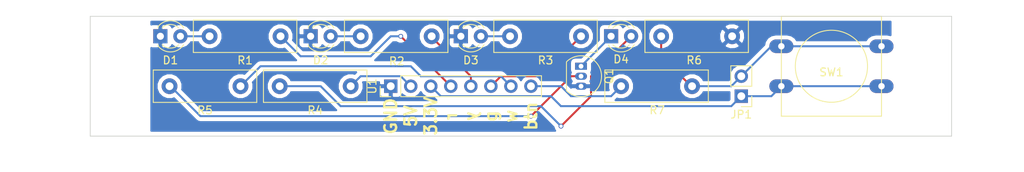
<source format=kicad_pcb>
(kicad_pcb (version 4) (host pcbnew 4.0.4-stable)

  (general
    (links 24)
    (no_connects 0)
    (area 91.389999 88.849999 200.710001 104.190001)
    (thickness 1.6)
    (drawings 14)
    (tracks 58)
    (zones 0)
    (modules 17)
    (nets 16)
  )

  (page A4)
  (layers
    (0 F.Cu signal)
    (31 B.Cu signal)
    (32 B.Adhes user)
    (33 F.Adhes user)
    (34 B.Paste user)
    (35 F.Paste user)
    (36 B.SilkS user)
    (37 F.SilkS user)
    (38 B.Mask user)
    (39 F.Mask user)
    (40 Dwgs.User user)
    (41 Cmts.User user)
    (42 Eco1.User user)
    (43 Eco2.User user)
    (44 Edge.Cuts user)
    (45 Margin user)
    (46 B.CrtYd user)
    (47 F.CrtYd user)
    (48 B.Fab user)
    (49 F.Fab user)
  )

  (setup
    (last_trace_width 0.25)
    (trace_clearance 0.2)
    (zone_clearance 0.508)
    (zone_45_only yes)
    (trace_min 0.2)
    (segment_width 0.2)
    (edge_width 0.1)
    (via_size 0.6)
    (via_drill 0.4)
    (via_min_size 0.4)
    (via_min_drill 0.3)
    (uvia_size 0.3)
    (uvia_drill 0.25)
    (uvias_allowed no)
    (uvia_min_size 0.2)
    (uvia_min_drill 0.25)
    (pcb_text_width 0.3)
    (pcb_text_size 1.5 1.5)
    (mod_edge_width 0.15)
    (mod_text_size 1 1)
    (mod_text_width 0.15)
    (pad_size 1.5 1.5)
    (pad_drill 0.6)
    (pad_to_mask_clearance 0)
    (aux_axis_origin 0 0)
    (visible_elements FFFEFF7F)
    (pcbplotparams
      (layerselection 0x00030_80000001)
      (usegerberextensions false)
      (excludeedgelayer true)
      (linewidth 0.100000)
      (plotframeref false)
      (viasonmask false)
      (mode 1)
      (useauxorigin false)
      (hpglpennumber 1)
      (hpglpenspeed 20)
      (hpglpendiameter 15)
      (hpglpenoverlay 2)
      (psnegative false)
      (psa4output false)
      (plotreference true)
      (plotvalue true)
      (plotinvisibletext false)
      (padsonsilk false)
      (subtractmaskfromsilk false)
      (outputformat 1)
      (mirror false)
      (drillshape 1)
      (scaleselection 1)
      (outputdirectory ""))
  )

  (net 0 "")
  (net 1 GND)
  (net 2 "Net-(D1-Pad2)")
  (net 3 "Net-(D2-Pad2)")
  (net 4 "Net-(D3-Pad2)")
  (net 5 "Net-(D4-Pad1)")
  (net 6 "Net-(D4-Pad2)")
  (net 7 "Net-(Q1-Pad2)")
  (net 8 "Net-(R1-Pad1)")
  (net 9 "Net-(R2-Pad2)")
  (net 10 "Net-(R3-Pad1)")
  (net 11 +5V)
  (net 12 "Net-(R5-Pad1)")
  (net 13 "Net-(R7-Pad1)")
  (net 14 +3V3)
  (net 15 "Net-(JP1-Pad2)")

  (net_class Default "This is the default net class."
    (clearance 0.2)
    (trace_width 0.25)
    (via_dia 0.6)
    (via_drill 0.4)
    (uvia_dia 0.3)
    (uvia_drill 0.25)
    (add_net +3V3)
    (add_net +5V)
    (add_net GND)
    (add_net "Net-(D1-Pad2)")
    (add_net "Net-(D2-Pad2)")
    (add_net "Net-(D3-Pad2)")
    (add_net "Net-(D4-Pad1)")
    (add_net "Net-(D4-Pad2)")
    (add_net "Net-(JP1-Pad2)")
    (add_net "Net-(Q1-Pad2)")
    (add_net "Net-(R1-Pad1)")
    (add_net "Net-(R2-Pad2)")
    (add_net "Net-(R3-Pad1)")
    (add_net "Net-(R5-Pad1)")
    (add_net "Net-(R7-Pad1)")
  )

  (module Resistors_ThroughHole:R_Box_L13.0mm_W4.0mm_P9.00mm (layer F.Cu) (tedit 58EB7FAA) (tstamp 58EB6F03)
    (at 153.67 91.44 180)
    (descr "Resistor, Box series, Radial, pin pitch=9.00mm, 2W, length*width=13*4mm^2, http://www.produktinfo.conrad.com/datenblaetter/425000-449999/443860-da-01-de-METALLBAND_WIDERSTAND_0_1_OHM_5W_5Pr.pdf")
    (tags "Resistor Box series Radial pin pitch 9.00mm 2W length 13mm width 4mm")
    (path /58E9FA67)
    (fp_text reference R3 (at 4.5 -3.06 180) (layer F.SilkS)
      (effects (font (size 1 1) (thickness 0.15)))
    )
    (fp_text value 220 (at 4.5 3.06 270) (layer F.Fab)
      (effects (font (size 1 1) (thickness 0.15)))
    )
    (fp_line (start -2 -2) (end -2 2) (layer F.Fab) (width 0.1))
    (fp_line (start -2 2) (end 11 2) (layer F.Fab) (width 0.1))
    (fp_line (start 11 2) (end 11 -2) (layer F.Fab) (width 0.1))
    (fp_line (start 11 -2) (end -2 -2) (layer F.Fab) (width 0.1))
    (fp_line (start -2.06 -2.06) (end 11.06 -2.06) (layer F.SilkS) (width 0.12))
    (fp_line (start -2.06 2.06) (end 11.06 2.06) (layer F.SilkS) (width 0.12))
    (fp_line (start -2.06 -2.06) (end -2.06 2.06) (layer F.SilkS) (width 0.12))
    (fp_line (start 11.06 -2.06) (end 11.06 2.06) (layer F.SilkS) (width 0.12))
    (fp_line (start -2.35 -2.35) (end -2.35 2.35) (layer F.CrtYd) (width 0.05))
    (fp_line (start -2.35 2.35) (end 11.35 2.35) (layer F.CrtYd) (width 0.05))
    (fp_line (start 11.35 2.35) (end 11.35 -2.35) (layer F.CrtYd) (width 0.05))
    (fp_line (start 11.35 -2.35) (end -2.35 -2.35) (layer F.CrtYd) (width 0.05))
    (pad 1 thru_hole circle (at 0 0 180) (size 2 2) (drill 1) (layers *.Cu *.Mask)
      (net 10 "Net-(R3-Pad1)"))
    (pad 2 thru_hole circle (at 9 0 180) (size 2 2) (drill 1) (layers *.Cu *.Mask)
      (net 4 "Net-(D3-Pad2)"))
    (model Resistors_THT.3dshapes/R_Box_L13.0mm_W4.0mm_P9.00mm.wrl
      (at (xyz 0 0 0))
      (scale (xyz 0.393701 0.393701 0.393701))
      (rotate (xyz 0 0 0))
    )
  )

  (module Buttons_Switches_ThroughHole:SW_PUSH-12mm (layer F.Cu) (tedit 53FD9538) (tstamp 58EB6F23)
    (at 185.42 95.25 180)
    (path /58EA6FF8)
    (fp_text reference SW1 (at 0 -0.762 180) (layer F.SilkS)
      (effects (font (size 1 1) (thickness 0.15)))
    )
    (fp_text value SW_PUSH (at 0 1.016 180) (layer F.Fab)
      (effects (font (size 1 1) (thickness 0.15)))
    )
    (fp_circle (center 0 0) (end 3.81 2.54) (layer F.SilkS) (width 0.12))
    (fp_line (start -6.35 -6.35) (end 6.35 -6.35) (layer F.SilkS) (width 0.12))
    (fp_line (start 6.35 -6.35) (end 6.35 6.35) (layer F.SilkS) (width 0.12))
    (fp_line (start 6.35 6.35) (end -6.35 6.35) (layer F.SilkS) (width 0.12))
    (fp_line (start -6.35 6.35) (end -6.35 -6.35) (layer F.SilkS) (width 0.12))
    (pad 1 thru_hole oval (at 6.35 -2.54 180) (size 3.048 1.7272) (drill 0.8128) (layers *.Cu *.Mask)
      (net 14 +3V3))
    (pad 2 thru_hole oval (at 6.35 2.54 180) (size 3.048 1.7272) (drill 0.8128) (layers *.Cu *.Mask)
      (net 15 "Net-(JP1-Pad2)"))
    (pad 1 thru_hole oval (at -6.35 -2.54 180) (size 3.048 1.7272) (drill 0.8128) (layers *.Cu *.Mask)
      (net 14 +3V3))
    (pad 2 thru_hole oval (at -6.35 2.54 180) (size 3.048 1.7272) (drill 0.8128) (layers *.Cu *.Mask)
      (net 15 "Net-(JP1-Pad2)"))
    (model Buttons_Switches_THT.3dshapes/SW_PUSH-12mm.wrl
      (at (xyz 0 0 0))
      (scale (xyz 4 4 4))
      (rotate (xyz 0 0 0))
    )
    (model Buttons_Switches_ThroughHole.3dshapes/SW_PUSH-12mm.wrl
      (at (xyz 0 0 0))
      (scale (xyz 4 4 4))
      (rotate (xyz 0 0 0))
    )
  )

  (module Resistors_ThroughHole:R_Box_L13.0mm_W4.0mm_P9.00mm (layer F.Cu) (tedit 58EB9C4F) (tstamp 58EB6F1B)
    (at 158.75 97.79)
    (descr "Resistor, Box series, Radial, pin pitch=9.00mm, 2W, length*width=13*4mm^2, http://www.produktinfo.conrad.com/datenblaetter/425000-449999/443860-da-01-de-METALLBAND_WIDERSTAND_0_1_OHM_5W_5Pr.pdf")
    (tags "Resistor Box series Radial pin pitch 9.00mm 2W length 13mm width 4mm")
    (path /58EA5BB2)
    (fp_text reference R7 (at 4.572 3.048 180) (layer F.SilkS)
      (effects (font (size 1 1) (thickness 0.15)))
    )
    (fp_text value 1k (at 4.318 -3.048) (layer F.Fab)
      (effects (font (size 1 1) (thickness 0.15)))
    )
    (fp_line (start -2 -2) (end -2 2) (layer F.Fab) (width 0.1))
    (fp_line (start -2 2) (end 11 2) (layer F.Fab) (width 0.1))
    (fp_line (start 11 2) (end 11 -2) (layer F.Fab) (width 0.1))
    (fp_line (start 11 -2) (end -2 -2) (layer F.Fab) (width 0.1))
    (fp_line (start -2.06 -2.06) (end 11.06 -2.06) (layer F.SilkS) (width 0.12))
    (fp_line (start -2.06 2.06) (end 11.06 2.06) (layer F.SilkS) (width 0.12))
    (fp_line (start -2.06 -2.06) (end -2.06 2.06) (layer F.SilkS) (width 0.12))
    (fp_line (start 11.06 -2.06) (end 11.06 2.06) (layer F.SilkS) (width 0.12))
    (fp_line (start -2.35 -2.35) (end -2.35 2.35) (layer F.CrtYd) (width 0.05))
    (fp_line (start -2.35 2.35) (end 11.35 2.35) (layer F.CrtYd) (width 0.05))
    (fp_line (start 11.35 2.35) (end 11.35 -2.35) (layer F.CrtYd) (width 0.05))
    (fp_line (start 11.35 -2.35) (end -2.35 -2.35) (layer F.CrtYd) (width 0.05))
    (pad 1 thru_hole circle (at 0 0) (size 2 2) (drill 1) (layers *.Cu *.Mask)
      (net 13 "Net-(R7-Pad1)"))
    (pad 2 thru_hole circle (at 9 0) (size 2 2) (drill 1) (layers *.Cu *.Mask)
      (net 15 "Net-(JP1-Pad2)"))
    (model Resistors_THT.3dshapes/R_Box_L13.0mm_W4.0mm_P9.00mm.wrl
      (at (xyz 0 0 0))
      (scale (xyz 0.393701 0.393701 0.393701))
      (rotate (xyz 0 0 0))
    )
  )

  (module LEDs:LED_D3.0mm (layer F.Cu) (tedit 58EBFD89) (tstamp 58EB6ED8)
    (at 100.33 91.44)
    (descr "LED, diameter 3.0mm, 2 pins")
    (tags "LED diameter 3.0mm 2 pins")
    (path /58E9E66A)
    (fp_text reference D1 (at 1.27 3.048) (layer F.SilkS)
      (effects (font (size 1 1) (thickness 0.15)))
    )
    (fp_text value red (at 1.27 2.96) (layer F.Fab)
      (effects (font (size 1 1) (thickness 0.15)))
    )
    (fp_arc (start 1.27 0) (end -0.23 -1.16619) (angle 284.3) (layer F.Fab) (width 0.1))
    (fp_arc (start 1.27 0) (end -0.29 -1.235516) (angle 108.8) (layer F.SilkS) (width 0.12))
    (fp_arc (start 1.27 0) (end -0.29 1.235516) (angle -108.8) (layer F.SilkS) (width 0.12))
    (fp_arc (start 1.27 0) (end 0.229039 -1.08) (angle 87.9) (layer F.SilkS) (width 0.12))
    (fp_arc (start 1.27 0) (end 0.229039 1.08) (angle -87.9) (layer F.SilkS) (width 0.12))
    (fp_circle (center 1.27 0) (end 2.77 0) (layer F.Fab) (width 0.1))
    (fp_line (start -0.23 -1.16619) (end -0.23 1.16619) (layer F.Fab) (width 0.1))
    (fp_line (start -0.29 -1.236) (end -0.29 -1.08) (layer F.SilkS) (width 0.12))
    (fp_line (start -0.29 1.08) (end -0.29 1.236) (layer F.SilkS) (width 0.12))
    (fp_line (start -1.15 -2.25) (end -1.15 2.25) (layer F.CrtYd) (width 0.05))
    (fp_line (start -1.15 2.25) (end 3.7 2.25) (layer F.CrtYd) (width 0.05))
    (fp_line (start 3.7 2.25) (end 3.7 -2.25) (layer F.CrtYd) (width 0.05))
    (fp_line (start 3.7 -2.25) (end -1.15 -2.25) (layer F.CrtYd) (width 0.05))
    (pad 1 thru_hole rect (at 0 0) (size 1.8 1.8) (drill 0.9) (layers *.Cu *.Mask)
      (net 1 GND))
    (pad 2 thru_hole circle (at 2.54 0) (size 1.8 1.8) (drill 0.9) (layers *.Cu *.Mask)
      (net 2 "Net-(D1-Pad2)"))
    (model LEDs.3dshapes/LED-3MM.wrl
      (at (xyz 0.05 0 0))
      (scale (xyz 1 1 1))
      (rotate (xyz 0 0 90))
    )
  )

  (module LEDs:LED_D3.0mm (layer F.Cu) (tedit 58EBFD8B) (tstamp 58EB6EDE)
    (at 119.38 91.44)
    (descr "LED, diameter 3.0mm, 2 pins")
    (tags "LED diameter 3.0mm 2 pins")
    (path /58E9FB66)
    (fp_text reference D2 (at 1.27 3.048) (layer F.SilkS)
      (effects (font (size 1 1) (thickness 0.15)))
    )
    (fp_text value yellow (at 1.27 2.96) (layer F.Fab)
      (effects (font (size 1 1) (thickness 0.15)))
    )
    (fp_arc (start 1.27 0) (end -0.23 -1.16619) (angle 284.3) (layer F.Fab) (width 0.1))
    (fp_arc (start 1.27 0) (end -0.29 -1.235516) (angle 108.8) (layer F.SilkS) (width 0.12))
    (fp_arc (start 1.27 0) (end -0.29 1.235516) (angle -108.8) (layer F.SilkS) (width 0.12))
    (fp_arc (start 1.27 0) (end 0.229039 -1.08) (angle 87.9) (layer F.SilkS) (width 0.12))
    (fp_arc (start 1.27 0) (end 0.229039 1.08) (angle -87.9) (layer F.SilkS) (width 0.12))
    (fp_circle (center 1.27 0) (end 2.77 0) (layer F.Fab) (width 0.1))
    (fp_line (start -0.23 -1.16619) (end -0.23 1.16619) (layer F.Fab) (width 0.1))
    (fp_line (start -0.29 -1.236) (end -0.29 -1.08) (layer F.SilkS) (width 0.12))
    (fp_line (start -0.29 1.08) (end -0.29 1.236) (layer F.SilkS) (width 0.12))
    (fp_line (start -1.15 -2.25) (end -1.15 2.25) (layer F.CrtYd) (width 0.05))
    (fp_line (start -1.15 2.25) (end 3.7 2.25) (layer F.CrtYd) (width 0.05))
    (fp_line (start 3.7 2.25) (end 3.7 -2.25) (layer F.CrtYd) (width 0.05))
    (fp_line (start 3.7 -2.25) (end -1.15 -2.25) (layer F.CrtYd) (width 0.05))
    (pad 1 thru_hole rect (at 0 0) (size 1.8 1.8) (drill 0.9) (layers *.Cu *.Mask)
      (net 1 GND))
    (pad 2 thru_hole circle (at 2.54 0) (size 1.8 1.8) (drill 0.9) (layers *.Cu *.Mask)
      (net 3 "Net-(D2-Pad2)"))
    (model LEDs.3dshapes/LED_D3.0mm.wrl
      (at (xyz 0 0 0))
      (scale (xyz 0.393701 0.393701 0.393701))
      (rotate (xyz 0 0 0))
    )
  )

  (module LEDs:LED_D3.0mm (layer F.Cu) (tedit 58EBFD92) (tstamp 58EB6EE4)
    (at 138.43 91.44)
    (descr "LED, diameter 3.0mm, 2 pins")
    (tags "LED diameter 3.0mm 2 pins")
    (path /58E9FC23)
    (fp_text reference D3 (at 1.27 3.048) (layer F.SilkS)
      (effects (font (size 1 1) (thickness 0.15)))
    )
    (fp_text value green (at 1.27 2.96) (layer F.Fab)
      (effects (font (size 1 1) (thickness 0.15)))
    )
    (fp_arc (start 1.27 0) (end -0.23 -1.16619) (angle 284.3) (layer F.Fab) (width 0.1))
    (fp_arc (start 1.27 0) (end -0.29 -1.235516) (angle 108.8) (layer F.SilkS) (width 0.12))
    (fp_arc (start 1.27 0) (end -0.29 1.235516) (angle -108.8) (layer F.SilkS) (width 0.12))
    (fp_arc (start 1.27 0) (end 0.229039 -1.08) (angle 87.9) (layer F.SilkS) (width 0.12))
    (fp_arc (start 1.27 0) (end 0.229039 1.08) (angle -87.9) (layer F.SilkS) (width 0.12))
    (fp_circle (center 1.27 0) (end 2.77 0) (layer F.Fab) (width 0.1))
    (fp_line (start -0.23 -1.16619) (end -0.23 1.16619) (layer F.Fab) (width 0.1))
    (fp_line (start -0.29 -1.236) (end -0.29 -1.08) (layer F.SilkS) (width 0.12))
    (fp_line (start -0.29 1.08) (end -0.29 1.236) (layer F.SilkS) (width 0.12))
    (fp_line (start -1.15 -2.25) (end -1.15 2.25) (layer F.CrtYd) (width 0.05))
    (fp_line (start -1.15 2.25) (end 3.7 2.25) (layer F.CrtYd) (width 0.05))
    (fp_line (start 3.7 2.25) (end 3.7 -2.25) (layer F.CrtYd) (width 0.05))
    (fp_line (start 3.7 -2.25) (end -1.15 -2.25) (layer F.CrtYd) (width 0.05))
    (pad 1 thru_hole rect (at 0 0) (size 1.8 1.8) (drill 0.9) (layers *.Cu *.Mask)
      (net 1 GND))
    (pad 2 thru_hole circle (at 2.54 0) (size 1.8 1.8) (drill 0.9) (layers *.Cu *.Mask)
      (net 4 "Net-(D3-Pad2)"))
    (model LEDs.3dshapes/LED_D3.0mm.wrl
      (at (xyz 0 0 0))
      (scale (xyz 0.393701 0.393701 0.393701))
      (rotate (xyz 0 0 0))
    )
  )

  (module LEDs:LED_D3.0mm (layer F.Cu) (tedit 58EBFDA7) (tstamp 58EB6EEA)
    (at 157.48 91.44)
    (descr "LED, diameter 3.0mm, 2 pins")
    (tags "LED diameter 3.0mm 2 pins")
    (path /58EA02A7)
    (fp_text reference D4 (at 1.27 2.921) (layer F.SilkS)
      (effects (font (size 1 1) (thickness 0.15)))
    )
    (fp_text value white (at 1.27 2.96) (layer F.Fab)
      (effects (font (size 1 1) (thickness 0.15)))
    )
    (fp_arc (start 1.27 0) (end -0.23 -1.16619) (angle 284.3) (layer F.Fab) (width 0.1))
    (fp_arc (start 1.27 0) (end -0.29 -1.235516) (angle 108.8) (layer F.SilkS) (width 0.12))
    (fp_arc (start 1.27 0) (end -0.29 1.235516) (angle -108.8) (layer F.SilkS) (width 0.12))
    (fp_arc (start 1.27 0) (end 0.229039 -1.08) (angle 87.9) (layer F.SilkS) (width 0.12))
    (fp_arc (start 1.27 0) (end 0.229039 1.08) (angle -87.9) (layer F.SilkS) (width 0.12))
    (fp_circle (center 1.27 0) (end 2.77 0) (layer F.Fab) (width 0.1))
    (fp_line (start -0.23 -1.16619) (end -0.23 1.16619) (layer F.Fab) (width 0.1))
    (fp_line (start -0.29 -1.236) (end -0.29 -1.08) (layer F.SilkS) (width 0.12))
    (fp_line (start -0.29 1.08) (end -0.29 1.236) (layer F.SilkS) (width 0.12))
    (fp_line (start -1.15 -2.25) (end -1.15 2.25) (layer F.CrtYd) (width 0.05))
    (fp_line (start -1.15 2.25) (end 3.7 2.25) (layer F.CrtYd) (width 0.05))
    (fp_line (start 3.7 2.25) (end 3.7 -2.25) (layer F.CrtYd) (width 0.05))
    (fp_line (start 3.7 -2.25) (end -1.15 -2.25) (layer F.CrtYd) (width 0.05))
    (pad 1 thru_hole rect (at 0 0) (size 1.8 1.8) (drill 0.9) (layers *.Cu *.Mask)
      (net 5 "Net-(D4-Pad1)"))
    (pad 2 thru_hole circle (at 2.54 0) (size 1.8 1.8) (drill 0.9) (layers *.Cu *.Mask)
      (net 6 "Net-(D4-Pad2)"))
    (model LEDs.3dshapes/LED_D3.0mm.wrl
      (at (xyz 0 0 0))
      (scale (xyz 0.393701 0.393701 0.393701))
      (rotate (xyz 0 0 0))
    )
  )

  (module TO_SOT_Packages_THT:TO-92_Inline_Narrow_Oval (layer F.Cu) (tedit 58CE52AF) (tstamp 58EB6EF1)
    (at 153.67 95.25 270)
    (descr "TO-92 leads in-line, narrow, oval pads, drill 0.6mm (see NXP sot054_po.pdf)")
    (tags "to-92 sc-43 sc-43a sot54 PA33 transistor")
    (path /58EBBF2D)
    (fp_text reference Q1 (at 1.27 -3.56 270) (layer F.SilkS)
      (effects (font (size 1 1) (thickness 0.15)))
    )
    (fp_text value 2N3904 (at 1.27 2.79 270) (layer F.Fab)
      (effects (font (size 1 1) (thickness 0.15)))
    )
    (fp_text user %R (at 1.27 -3.56 270) (layer F.Fab)
      (effects (font (size 1 1) (thickness 0.15)))
    )
    (fp_line (start -0.53 1.85) (end 3.07 1.85) (layer F.SilkS) (width 0.12))
    (fp_line (start -0.5 1.75) (end 3 1.75) (layer F.Fab) (width 0.1))
    (fp_line (start -1.46 -2.73) (end 4 -2.73) (layer F.CrtYd) (width 0.05))
    (fp_line (start -1.46 -2.73) (end -1.46 2.01) (layer F.CrtYd) (width 0.05))
    (fp_line (start 4 2.01) (end 4 -2.73) (layer F.CrtYd) (width 0.05))
    (fp_line (start 4 2.01) (end -1.46 2.01) (layer F.CrtYd) (width 0.05))
    (fp_arc (start 1.27 0) (end 1.27 -2.48) (angle 135) (layer F.Fab) (width 0.1))
    (fp_arc (start 1.27 0) (end 1.27 -2.6) (angle -135) (layer F.SilkS) (width 0.12))
    (fp_arc (start 1.27 0) (end 1.27 -2.48) (angle -135) (layer F.Fab) (width 0.1))
    (fp_arc (start 1.27 0) (end 1.27 -2.6) (angle 135) (layer F.SilkS) (width 0.12))
    (pad 2 thru_hole oval (at 1.27 0 90) (size 0.9 1.5) (drill 0.6) (layers *.Cu *.Mask)
      (net 7 "Net-(Q1-Pad2)"))
    (pad 3 thru_hole oval (at 2.54 0 90) (size 0.9 1.5) (drill 0.6) (layers *.Cu *.Mask)
      (net 1 GND))
    (pad 1 thru_hole rect (at 0 0 90) (size 0.9 1.5) (drill 0.6) (layers *.Cu *.Mask)
      (net 5 "Net-(D4-Pad1)"))
    (model ${KISYS3DMOD}/TO_SOT_Packages_THT.3dshapes/TO-92_Inline_Narrow_Oval.wrl
      (at (xyz 0.05 0 0))
      (scale (xyz 1 1 1))
      (rotate (xyz 0 0 -90))
    )
  )

  (module Resistors_ThroughHole:R_Box_L13.0mm_W4.0mm_P9.00mm (layer F.Cu) (tedit 5874F707) (tstamp 58EB6EF7)
    (at 115.57 91.44 180)
    (descr "Resistor, Box series, Radial, pin pitch=9.00mm, 2W, length*width=13*4mm^2, http://www.produktinfo.conrad.com/datenblaetter/425000-449999/443860-da-01-de-METALLBAND_WIDERSTAND_0_1_OHM_5W_5Pr.pdf")
    (tags "Resistor Box series Radial pin pitch 9.00mm 2W length 13mm width 4mm")
    (path /58E9E71E)
    (fp_text reference R1 (at 4.5 -3.06 180) (layer F.SilkS)
      (effects (font (size 1 1) (thickness 0.15)))
    )
    (fp_text value 220 (at 4.5 3.06 180) (layer F.Fab)
      (effects (font (size 1 1) (thickness 0.15)))
    )
    (fp_line (start -2 -2) (end -2 2) (layer F.Fab) (width 0.1))
    (fp_line (start -2 2) (end 11 2) (layer F.Fab) (width 0.1))
    (fp_line (start 11 2) (end 11 -2) (layer F.Fab) (width 0.1))
    (fp_line (start 11 -2) (end -2 -2) (layer F.Fab) (width 0.1))
    (fp_line (start -2.06 -2.06) (end 11.06 -2.06) (layer F.SilkS) (width 0.12))
    (fp_line (start -2.06 2.06) (end 11.06 2.06) (layer F.SilkS) (width 0.12))
    (fp_line (start -2.06 -2.06) (end -2.06 2.06) (layer F.SilkS) (width 0.12))
    (fp_line (start 11.06 -2.06) (end 11.06 2.06) (layer F.SilkS) (width 0.12))
    (fp_line (start -2.35 -2.35) (end -2.35 2.35) (layer F.CrtYd) (width 0.05))
    (fp_line (start -2.35 2.35) (end 11.35 2.35) (layer F.CrtYd) (width 0.05))
    (fp_line (start 11.35 2.35) (end 11.35 -2.35) (layer F.CrtYd) (width 0.05))
    (fp_line (start 11.35 -2.35) (end -2.35 -2.35) (layer F.CrtYd) (width 0.05))
    (pad 1 thru_hole circle (at 0 0 180) (size 2 2) (drill 1) (layers *.Cu *.Mask)
      (net 8 "Net-(R1-Pad1)"))
    (pad 2 thru_hole circle (at 9 0 180) (size 2 2) (drill 1) (layers *.Cu *.Mask)
      (net 2 "Net-(D1-Pad2)"))
    (model Resistors_THT.3dshapes/R_Box_L13.0mm_W4.0mm_P9.00mm.wrl
      (at (xyz 0 0 0))
      (scale (xyz 0.393701 0.393701 0.393701))
      (rotate (xyz 0 0 0))
    )
    (model Resistors_ThroughHole.3dshapes/Resistor_Horizontal_RM10mm.wrl
      (at (xyz 0.18 0 -0.015))
      (scale (xyz 0.35 0.35 0.35))
      (rotate (xyz 0 0 0))
    )
  )

  (module Resistors_ThroughHole:R_Box_L13.0mm_W4.0mm_P9.00mm (layer F.Cu) (tedit 58EBFD8E) (tstamp 58EB6EFD)
    (at 125.73 91.44)
    (descr "Resistor, Box series, Radial, pin pitch=9.00mm, 2W, length*width=13*4mm^2, http://www.produktinfo.conrad.com/datenblaetter/425000-449999/443860-da-01-de-METALLBAND_WIDERSTAND_0_1_OHM_5W_5Pr.pdf")
    (tags "Resistor Box series Radial pin pitch 9.00mm 2W length 13mm width 4mm")
    (path /58E9FA0E)
    (fp_text reference R2 (at 4.572 3.175) (layer F.SilkS)
      (effects (font (size 1 1) (thickness 0.15)))
    )
    (fp_text value 220 (at 4.5 3.06) (layer F.Fab)
      (effects (font (size 1 1) (thickness 0.15)))
    )
    (fp_line (start -2 -2) (end -2 2) (layer F.Fab) (width 0.1))
    (fp_line (start -2 2) (end 11 2) (layer F.Fab) (width 0.1))
    (fp_line (start 11 2) (end 11 -2) (layer F.Fab) (width 0.1))
    (fp_line (start 11 -2) (end -2 -2) (layer F.Fab) (width 0.1))
    (fp_line (start -2.06 -2.06) (end 11.06 -2.06) (layer F.SilkS) (width 0.12))
    (fp_line (start -2.06 2.06) (end 11.06 2.06) (layer F.SilkS) (width 0.12))
    (fp_line (start -2.06 -2.06) (end -2.06 2.06) (layer F.SilkS) (width 0.12))
    (fp_line (start 11.06 -2.06) (end 11.06 2.06) (layer F.SilkS) (width 0.12))
    (fp_line (start -2.35 -2.35) (end -2.35 2.35) (layer F.CrtYd) (width 0.05))
    (fp_line (start -2.35 2.35) (end 11.35 2.35) (layer F.CrtYd) (width 0.05))
    (fp_line (start 11.35 2.35) (end 11.35 -2.35) (layer F.CrtYd) (width 0.05))
    (fp_line (start 11.35 -2.35) (end -2.35 -2.35) (layer F.CrtYd) (width 0.05))
    (pad 1 thru_hole circle (at 0 0) (size 2 2) (drill 1) (layers *.Cu *.Mask)
      (net 3 "Net-(D2-Pad2)"))
    (pad 2 thru_hole circle (at 9 0) (size 2 2) (drill 1) (layers *.Cu *.Mask)
      (net 9 "Net-(R2-Pad2)"))
    (model Resistors_THT.3dshapes/R_Box_L13.0mm_W4.0mm_P9.00mm.wrl
      (at (xyz 0 0 0))
      (scale (xyz 0.393701 0.393701 0.393701))
      (rotate (xyz 0 0 0))
    )
  )

  (module Resistors_ThroughHole:R_Box_L13.0mm_W4.0mm_P9.00mm (layer F.Cu) (tedit 5874F707) (tstamp 58EB6F09)
    (at 124.46 97.79 180)
    (descr "Resistor, Box series, Radial, pin pitch=9.00mm, 2W, length*width=13*4mm^2, http://www.produktinfo.conrad.com/datenblaetter/425000-449999/443860-da-01-de-METALLBAND_WIDERSTAND_0_1_OHM_5W_5Pr.pdf")
    (tags "Resistor Box series Radial pin pitch 9.00mm 2W length 13mm width 4mm")
    (path /58EA03B1)
    (fp_text reference R4 (at 4.5 -3.06 180) (layer F.SilkS)
      (effects (font (size 1 1) (thickness 0.15)))
    )
    (fp_text value 470 (at 4.5 3.06 180) (layer F.Fab)
      (effects (font (size 1 1) (thickness 0.15)))
    )
    (fp_line (start -2 -2) (end -2 2) (layer F.Fab) (width 0.1))
    (fp_line (start -2 2) (end 11 2) (layer F.Fab) (width 0.1))
    (fp_line (start 11 2) (end 11 -2) (layer F.Fab) (width 0.1))
    (fp_line (start 11 -2) (end -2 -2) (layer F.Fab) (width 0.1))
    (fp_line (start -2.06 -2.06) (end 11.06 -2.06) (layer F.SilkS) (width 0.12))
    (fp_line (start -2.06 2.06) (end 11.06 2.06) (layer F.SilkS) (width 0.12))
    (fp_line (start -2.06 -2.06) (end -2.06 2.06) (layer F.SilkS) (width 0.12))
    (fp_line (start 11.06 -2.06) (end 11.06 2.06) (layer F.SilkS) (width 0.12))
    (fp_line (start -2.35 -2.35) (end -2.35 2.35) (layer F.CrtYd) (width 0.05))
    (fp_line (start -2.35 2.35) (end 11.35 2.35) (layer F.CrtYd) (width 0.05))
    (fp_line (start 11.35 2.35) (end 11.35 -2.35) (layer F.CrtYd) (width 0.05))
    (fp_line (start 11.35 -2.35) (end -2.35 -2.35) (layer F.CrtYd) (width 0.05))
    (pad 1 thru_hole circle (at 0 0 180) (size 2 2) (drill 1) (layers *.Cu *.Mask)
      (net 11 +5V))
    (pad 2 thru_hole circle (at 9 0 180) (size 2 2) (drill 1) (layers *.Cu *.Mask)
      (net 6 "Net-(D4-Pad2)"))
    (model Resistors_THT.3dshapes/R_Box_L13.0mm_W4.0mm_P9.00mm.wrl
      (at (xyz 0 0 0))
      (scale (xyz 0.393701 0.393701 0.393701))
      (rotate (xyz 0 0 0))
    )
  )

  (module Resistors_ThroughHole:R_Box_L13.0mm_W4.0mm_P9.00mm (layer F.Cu) (tedit 5874F707) (tstamp 58EB6F0F)
    (at 110.49 97.79 180)
    (descr "Resistor, Box series, Radial, pin pitch=9.00mm, 2W, length*width=13*4mm^2, http://www.produktinfo.conrad.com/datenblaetter/425000-449999/443860-da-01-de-METALLBAND_WIDERSTAND_0_1_OHM_5W_5Pr.pdf")
    (tags "Resistor Box series Radial pin pitch 9.00mm 2W length 13mm width 4mm")
    (path /58EA1494)
    (fp_text reference R5 (at 4.5 -3.06 180) (layer F.SilkS)
      (effects (font (size 1 1) (thickness 0.15)))
    )
    (fp_text value 22k (at 4.5 3.06 180) (layer F.Fab)
      (effects (font (size 1 1) (thickness 0.15)))
    )
    (fp_line (start -2 -2) (end -2 2) (layer F.Fab) (width 0.1))
    (fp_line (start -2 2) (end 11 2) (layer F.Fab) (width 0.1))
    (fp_line (start 11 2) (end 11 -2) (layer F.Fab) (width 0.1))
    (fp_line (start 11 -2) (end -2 -2) (layer F.Fab) (width 0.1))
    (fp_line (start -2.06 -2.06) (end 11.06 -2.06) (layer F.SilkS) (width 0.12))
    (fp_line (start -2.06 2.06) (end 11.06 2.06) (layer F.SilkS) (width 0.12))
    (fp_line (start -2.06 -2.06) (end -2.06 2.06) (layer F.SilkS) (width 0.12))
    (fp_line (start 11.06 -2.06) (end 11.06 2.06) (layer F.SilkS) (width 0.12))
    (fp_line (start -2.35 -2.35) (end -2.35 2.35) (layer F.CrtYd) (width 0.05))
    (fp_line (start -2.35 2.35) (end 11.35 2.35) (layer F.CrtYd) (width 0.05))
    (fp_line (start 11.35 2.35) (end 11.35 -2.35) (layer F.CrtYd) (width 0.05))
    (fp_line (start 11.35 -2.35) (end -2.35 -2.35) (layer F.CrtYd) (width 0.05))
    (pad 1 thru_hole circle (at 0 0 180) (size 2 2) (drill 1) (layers *.Cu *.Mask)
      (net 12 "Net-(R5-Pad1)"))
    (pad 2 thru_hole circle (at 9 0 180) (size 2 2) (drill 1) (layers *.Cu *.Mask)
      (net 7 "Net-(Q1-Pad2)"))
    (model Resistors_THT.3dshapes/R_Box_L13.0mm_W4.0mm_P9.00mm.wrl
      (at (xyz 0 0 0))
      (scale (xyz 0.393701 0.393701 0.393701))
      (rotate (xyz 0 0 0))
    )
  )

  (module Resistors_ThroughHole:R_Box_L13.0mm_W4.0mm_P9.00mm (layer F.Cu) (tedit 58EBFD98) (tstamp 58EB6F15)
    (at 163.83 91.44)
    (descr "Resistor, Box series, Radial, pin pitch=9.00mm, 2W, length*width=13*4mm^2, http://www.produktinfo.conrad.com/datenblaetter/425000-449999/443860-da-01-de-METALLBAND_WIDERSTAND_0_1_OHM_5W_5Pr.pdf")
    (tags "Resistor Box series Radial pin pitch 9.00mm 2W length 13mm width 4mm")
    (path /58EA4B46)
    (fp_text reference R6 (at 4.191 3.048) (layer F.SilkS)
      (effects (font (size 1 1) (thickness 0.15)))
    )
    (fp_text value 10k (at 4.5 3.06) (layer F.Fab)
      (effects (font (size 1 1) (thickness 0.15)))
    )
    (fp_line (start -2 -2) (end -2 2) (layer F.Fab) (width 0.1))
    (fp_line (start -2 2) (end 11 2) (layer F.Fab) (width 0.1))
    (fp_line (start 11 2) (end 11 -2) (layer F.Fab) (width 0.1))
    (fp_line (start 11 -2) (end -2 -2) (layer F.Fab) (width 0.1))
    (fp_line (start -2.06 -2.06) (end 11.06 -2.06) (layer F.SilkS) (width 0.12))
    (fp_line (start -2.06 2.06) (end 11.06 2.06) (layer F.SilkS) (width 0.12))
    (fp_line (start -2.06 -2.06) (end -2.06 2.06) (layer F.SilkS) (width 0.12))
    (fp_line (start 11.06 -2.06) (end 11.06 2.06) (layer F.SilkS) (width 0.12))
    (fp_line (start -2.35 -2.35) (end -2.35 2.35) (layer F.CrtYd) (width 0.05))
    (fp_line (start -2.35 2.35) (end 11.35 2.35) (layer F.CrtYd) (width 0.05))
    (fp_line (start 11.35 2.35) (end 11.35 -2.35) (layer F.CrtYd) (width 0.05))
    (fp_line (start 11.35 -2.35) (end -2.35 -2.35) (layer F.CrtYd) (width 0.05))
    (pad 1 thru_hole circle (at 0 0) (size 2 2) (drill 1) (layers *.Cu *.Mask)
      (net 15 "Net-(JP1-Pad2)"))
    (pad 2 thru_hole circle (at 9 0) (size 2 2) (drill 1) (layers *.Cu *.Mask)
      (net 1 GND))
    (model Resistors_THT.3dshapes/R_Box_L13.0mm_W4.0mm_P9.00mm.wrl
      (at (xyz 0 0 0))
      (scale (xyz 0.393701 0.393701 0.393701))
      (rotate (xyz 0 0 0))
    )
  )

  (module Pin_Headers:Pin_Header_Straight_1x08_Pitch2.54mm (layer F.Cu) (tedit 58CD4EC1) (tstamp 58EB6F2F)
    (at 129.54 97.79 90)
    (descr "Through hole straight pin header, 1x08, 2.54mm pitch, single row")
    (tags "Through hole pin header THT 1x08 2.54mm single row")
    (path /58EAA1E6)
    (fp_text reference U1 (at 0 -2.33 90) (layer F.SilkS)
      (effects (font (size 1 1) (thickness 0.15)))
    )
    (fp_text value Trashconnector (at 0 20.11 90) (layer F.Fab)
      (effects (font (size 1 1) (thickness 0.15)))
    )
    (fp_line (start -1.27 -1.27) (end -1.27 19.05) (layer F.Fab) (width 0.1))
    (fp_line (start -1.27 19.05) (end 1.27 19.05) (layer F.Fab) (width 0.1))
    (fp_line (start 1.27 19.05) (end 1.27 -1.27) (layer F.Fab) (width 0.1))
    (fp_line (start 1.27 -1.27) (end -1.27 -1.27) (layer F.Fab) (width 0.1))
    (fp_line (start -1.33 1.27) (end -1.33 19.11) (layer F.SilkS) (width 0.12))
    (fp_line (start -1.33 19.11) (end 1.33 19.11) (layer F.SilkS) (width 0.12))
    (fp_line (start 1.33 19.11) (end 1.33 1.27) (layer F.SilkS) (width 0.12))
    (fp_line (start 1.33 1.27) (end -1.33 1.27) (layer F.SilkS) (width 0.12))
    (fp_line (start -1.33 0) (end -1.33 -1.33) (layer F.SilkS) (width 0.12))
    (fp_line (start -1.33 -1.33) (end 0 -1.33) (layer F.SilkS) (width 0.12))
    (fp_line (start -1.8 -1.8) (end -1.8 19.55) (layer F.CrtYd) (width 0.05))
    (fp_line (start -1.8 19.55) (end 1.8 19.55) (layer F.CrtYd) (width 0.05))
    (fp_line (start 1.8 19.55) (end 1.8 -1.8) (layer F.CrtYd) (width 0.05))
    (fp_line (start 1.8 -1.8) (end -1.8 -1.8) (layer F.CrtYd) (width 0.05))
    (fp_text user %R (at 0 -2.33 90) (layer F.Fab)
      (effects (font (size 1 1) (thickness 0.15)))
    )
    (pad 1 thru_hole rect (at 0 0 90) (size 1.7 1.7) (drill 1) (layers *.Cu *.Mask)
      (net 1 GND))
    (pad 2 thru_hole oval (at 0 2.54 90) (size 1.7 1.7) (drill 1) (layers *.Cu *.Mask)
      (net 11 +5V))
    (pad 3 thru_hole oval (at 0 5.08 90) (size 1.7 1.7) (drill 1) (layers *.Cu *.Mask)
      (net 14 +3V3))
    (pad 4 thru_hole oval (at 0 7.62 90) (size 1.7 1.7) (drill 1) (layers *.Cu *.Mask)
      (net 8 "Net-(R1-Pad1)"))
    (pad 5 thru_hole oval (at 0 10.16 90) (size 1.7 1.7) (drill 1) (layers *.Cu *.Mask)
      (net 9 "Net-(R2-Pad2)"))
    (pad 6 thru_hole oval (at 0 12.7 90) (size 1.7 1.7) (drill 1) (layers *.Cu *.Mask)
      (net 10 "Net-(R3-Pad1)"))
    (pad 7 thru_hole oval (at 0 15.24 90) (size 1.7 1.7) (drill 1) (layers *.Cu *.Mask)
      (net 12 "Net-(R5-Pad1)"))
    (pad 8 thru_hole oval (at 0 17.78 90) (size 1.7 1.7) (drill 1) (layers *.Cu *.Mask)
      (net 13 "Net-(R7-Pad1)"))
    (model ${KISYS3DMOD}/Pin_Headers.3dshapes/Pin_Header_Straight_1x08_Pitch2.54mm.wrl
      (at (xyz 0 -0.35 0))
      (scale (xyz 1 1 1))
      (rotate (xyz 0 0 90))
    )
    (model Pin_Headers.3dshapes/Pin_Header_Straight_1x08.wrl
      (at (xyz 0 -0.35 0))
      (scale (xyz 1 1 1))
      (rotate (xyz 0 0 90))
    )
  )

  (module Pin_Headers:Pin_Header_Straight_1x02_Pitch2.54mm (layer F.Cu) (tedit 58CD4EC1) (tstamp 58EBC378)
    (at 173.99 99.06 180)
    (descr "Through hole straight pin header, 1x02, 2.54mm pitch, single row")
    (tags "Through hole pin header THT 1x02 2.54mm single row")
    (path /58EBFC07)
    (fp_text reference JP1 (at 0 -2.33 180) (layer F.SilkS)
      (effects (font (size 1 1) (thickness 0.15)))
    )
    (fp_text value Jumper_NO_Small (at 0 4.87 180) (layer F.Fab)
      (effects (font (size 1 1) (thickness 0.15)))
    )
    (fp_line (start -1.27 -1.27) (end -1.27 3.81) (layer F.Fab) (width 0.1))
    (fp_line (start -1.27 3.81) (end 1.27 3.81) (layer F.Fab) (width 0.1))
    (fp_line (start 1.27 3.81) (end 1.27 -1.27) (layer F.Fab) (width 0.1))
    (fp_line (start 1.27 -1.27) (end -1.27 -1.27) (layer F.Fab) (width 0.1))
    (fp_line (start -1.33 1.27) (end -1.33 3.87) (layer F.SilkS) (width 0.12))
    (fp_line (start -1.33 3.87) (end 1.33 3.87) (layer F.SilkS) (width 0.12))
    (fp_line (start 1.33 3.87) (end 1.33 1.27) (layer F.SilkS) (width 0.12))
    (fp_line (start 1.33 1.27) (end -1.33 1.27) (layer F.SilkS) (width 0.12))
    (fp_line (start -1.33 0) (end -1.33 -1.33) (layer F.SilkS) (width 0.12))
    (fp_line (start -1.33 -1.33) (end 0 -1.33) (layer F.SilkS) (width 0.12))
    (fp_line (start -1.8 -1.8) (end -1.8 4.35) (layer F.CrtYd) (width 0.05))
    (fp_line (start -1.8 4.35) (end 1.8 4.35) (layer F.CrtYd) (width 0.05))
    (fp_line (start 1.8 4.35) (end 1.8 -1.8) (layer F.CrtYd) (width 0.05))
    (fp_line (start 1.8 -1.8) (end -1.8 -1.8) (layer F.CrtYd) (width 0.05))
    (fp_text user %R (at 0 -2.33 180) (layer F.Fab)
      (effects (font (size 1 1) (thickness 0.15)))
    )
    (pad 1 thru_hole rect (at 0 0 180) (size 1.7 1.7) (drill 1) (layers *.Cu *.Mask)
      (net 14 +3V3))
    (pad 2 thru_hole oval (at 0 2.54 180) (size 1.7 1.7) (drill 1) (layers *.Cu *.Mask)
      (net 15 "Net-(JP1-Pad2)"))
    (model ${KISYS3DMOD}/Pin_Headers.3dshapes/Pin_Header_Straight_1x02_Pitch2.54mm.wrl
      (at (xyz 0 -0.05 0))
      (scale (xyz 1 1 1))
      (rotate (xyz 0 0 90))
    )
  )

  (module Mounting_Holes:MountingHole_3.2mm_M3_ISO7380 (layer F.Cu) (tedit 58EBFC67) (tstamp 58EC0140)
    (at 196.85 96.52)
    (descr "Mounting Hole 3.2mm, no annular, M3, ISO7380")
    (tags "mounting hole 3.2mm no annular m3 iso7380")
    (fp_text reference "" (at 0 -3.85) (layer F.SilkS)
      (effects (font (size 1 1) (thickness 0.15)))
    )
    (fp_text value MountingHole_3.2mm_M3_ISO7380 (at 0 3.85) (layer F.Fab)
      (effects (font (size 1 1) (thickness 0.15)))
    )
    (fp_circle (center 0 0) (end 2.85 0) (layer Cmts.User) (width 0.15))
    (fp_circle (center 0 0) (end 3.1 0) (layer F.CrtYd) (width 0.05))
    (pad 1 np_thru_hole circle (at 0 0) (size 3.2 3.2) (drill 3.2) (layers *.Cu *.Mask))
  )

  (module Mounting_Holes:MountingHole_3.2mm_M3_ISO7380 (layer F.Cu) (tedit 58EBFC6E) (tstamp 58EC0147)
    (at 95.25 96.52)
    (descr "Mounting Hole 3.2mm, no annular, M3, ISO7380")
    (tags "mounting hole 3.2mm no annular m3 iso7380")
    (fp_text reference "" (at 0 -3.85) (layer F.SilkS)
      (effects (font (size 1 1) (thickness 0.15)))
    )
    (fp_text value MountingHole_3.2mm_M3_ISO7380 (at 0 3.85) (layer F.Fab)
      (effects (font (size 1 1) (thickness 0.15)))
    )
    (fp_circle (center 0 0) (end 2.85 0) (layer Cmts.User) (width 0.15))
    (fp_circle (center 0 0) (end 3.1 0) (layer F.CrtYd) (width 0.05))
    (pad 1 np_thru_hole circle (at 0 0) (size 3.2 3.2) (drill 3.2) (layers *.Cu *.Mask))
  )

  (dimension 109.22 (width 0.3) (layer Dwgs.User)
    (gr_text "109,220 mm" (at 146.05 109.3) (layer Dwgs.User)
      (effects (font (size 1.5 1.5) (thickness 0.3)))
    )
    (feature1 (pts (xy 91.44 105.41) (xy 91.44 110.65)))
    (feature2 (pts (xy 200.66 105.41) (xy 200.66 110.65)))
    (crossbar (pts (xy 200.66 107.95) (xy 91.44 107.95)))
    (arrow1a (pts (xy 91.44 107.95) (xy 92.566504 107.363579)))
    (arrow1b (pts (xy 91.44 107.95) (xy 92.566504 108.536421)))
    (arrow2a (pts (xy 200.66 107.95) (xy 199.533496 107.363579)))
    (arrow2b (pts (xy 200.66 107.95) (xy 199.533496 108.536421)))
  )
  (dimension 15.24 (width 0.3) (layer Dwgs.User)
    (gr_text "15,240 mm" (at 86.28 96.52 90) (layer Dwgs.User)
      (effects (font (size 1.5 1.5) (thickness 0.3)))
    )
    (feature1 (pts (xy 90.17 88.9) (xy 84.93 88.9)))
    (feature2 (pts (xy 90.17 104.14) (xy 84.93 104.14)))
    (crossbar (pts (xy 87.63 104.14) (xy 87.63 88.9)))
    (arrow1a (pts (xy 87.63 88.9) (xy 88.216421 90.026504)))
    (arrow1b (pts (xy 87.63 88.9) (xy 87.043579 90.026504)))
    (arrow2a (pts (xy 87.63 104.14) (xy 88.216421 103.013496)))
    (arrow2b (pts (xy 87.63 104.14) (xy 87.043579 103.013496)))
  )
  (gr_line (start 91.44 104.14) (end 91.44 88.9) (angle 90) (layer Edge.Cuts) (width 0.1))
  (gr_line (start 200.66 104.14) (end 91.44 104.14) (angle 90) (layer Edge.Cuts) (width 0.1))
  (gr_line (start 200.66 88.9) (end 200.66 104.14) (angle 90) (layer Edge.Cuts) (width 0.1))
  (gr_line (start 91.44 88.9) (end 200.66 88.9) (angle 90) (layer Edge.Cuts) (width 0.1))
  (gr_text GND (at 129.54 101.6 90) (layer F.SilkS)
    (effects (font (size 1.5 1.5) (thickness 0.3)))
  )
  (gr_text btn (at 147.32 101.6 90) (layer F.SilkS)
    (effects (font (size 1.5 1.5) (thickness 0.3)))
  )
  (gr_text w (at 144.78 101.6 90) (layer F.SilkS)
    (effects (font (size 1.5 1.5) (thickness 0.3)))
  )
  (gr_text g (at 142.24 101.6 90) (layer F.SilkS)
    (effects (font (size 1.5 1.5) (thickness 0.3)))
  )
  (gr_text y (at 139.7 101.6 90) (layer F.SilkS)
    (effects (font (size 1.5 1.5) (thickness 0.3)) (justify mirror))
  )
  (gr_text r (at 137.16 101.6 90) (layer F.SilkS)
    (effects (font (size 1.5 1.5) (thickness 0.3)) (justify mirror))
  )
  (gr_text 3.3V (at 134.62 101.6 90) (layer F.SilkS)
    (effects (font (size 1.5 1.5) (thickness 0.3)))
  )
  (gr_text 5V (at 132.08 101.6 90) (layer F.SilkS)
    (effects (font (size 1.5 1.5) (thickness 0.3)))
  )

  (segment (start 102.87 91.44) (end 106.57 91.44) (width 0.25) (layer B.Cu) (net 2) (status 80000))
  (segment (start 121.92 91.44) (end 125.73 91.44) (width 0.25) (layer B.Cu) (net 3) (status 80000))
  (segment (start 140.97 91.44) (end 144.67 91.44) (width 0.25) (layer B.Cu) (net 4) (status 80000))
  (segment (start 157.48 91.44) (end 153.67 95.25) (width 0.25) (layer B.Cu) (net 5) (status 80000))
  (segment (start 160.02 91.44) (end 154.94 96.52) (width 0.25) (layer F.Cu) (net 6) (status 80000))
  (segment (start 154.94 96.52) (end 154.94 99.06) (width 0.25) (layer F.Cu) (net 6) (status 80000))
  (segment (start 154.94 99.06) (end 151.13 102.87) (width 0.25) (layer F.Cu) (net 6) (status 80000))
  (via (at 151.13 102.87) (size 0.6) (layers F.Cu B.Cu) (net 6) (status 80000))
  (segment (start 151.13 102.87) (end 148.59 100.33) (width 0.25) (layer B.Cu) (net 6) (status 80000))
  (segment (start 148.59 100.33) (end 123.19 100.33) (width 0.25) (layer B.Cu) (net 6) (status 80000))
  (segment (start 123.19 100.33) (end 120.65 97.79) (width 0.25) (layer B.Cu) (net 6) (status 80000))
  (segment (start 120.65 97.79) (end 115.46 97.79) (width 0.25) (layer B.Cu) (net 6) (status 80000))
  (segment (start 101.49 97.79) (end 101.6 97.79) (width 0.25) (layer B.Cu) (net 7) (status 80000))
  (segment (start 101.6 97.79) (end 105.41 101.6) (width 0.25) (layer B.Cu) (net 7) (status 80000))
  (segment (start 105.41 101.6) (end 147.32 101.6) (width 0.25) (layer B.Cu) (net 7) (status 80000))
  (via (at 147.32 101.6) (size 0.6) (layers F.Cu B.Cu) (net 7) (status 80000))
  (segment (start 147.32 101.6) (end 152.4 96.52) (width 0.25) (layer F.Cu) (net 7) (status 80000))
  (segment (start 152.4 96.52) (end 153.67 96.52) (width 0.25) (layer F.Cu) (net 7) (status 80000))
  (segment (start 115.57 91.44) (end 118.11 93.98) (width 0.25) (layer B.Cu) (net 8) (status 80000))
  (segment (start 118.11 93.98) (end 127 93.98) (width 0.25) (layer B.Cu) (net 8) (status 80000))
  (segment (start 127 93.98) (end 129.54 91.44) (width 0.25) (layer B.Cu) (net 8) (status 80000))
  (segment (start 129.54 91.44) (end 130.81 91.44) (width 0.25) (layer B.Cu) (net 8) (status 80000))
  (via (at 130.81 91.44) (size 0.6) (layers F.Cu B.Cu) (net 8) (status 80000))
  (segment (start 130.81 91.44) (end 137.16 97.79) (width 0.25) (layer F.Cu) (net 8) (status 80000))
  (segment (start 134.73 91.44) (end 134.62 91.44) (width 0.25) (layer F.Cu) (net 9) (status 80000))
  (segment (start 134.62 91.44) (end 139.7 96.52) (width 0.25) (layer F.Cu) (net 9) (status 80000))
  (segment (start 139.7 96.52) (end 139.7 97.79) (width 0.25) (layer F.Cu) (net 9) (status 80000))
  (segment (start 142.24 97.79) (end 143.51 96.52) (width 0.25) (layer F.Cu) (net 10) (status 80000))
  (segment (start 143.51 96.52) (end 148.59 96.52) (width 0.25) (layer F.Cu) (net 10) (status 80000))
  (segment (start 148.59 96.52) (end 153.67 91.44) (width 0.25) (layer F.Cu) (net 10) (status 80000))
  (segment (start 124.46 97.79) (end 125.73 96.52) (width 0.25) (layer B.Cu) (net 11) (status 80000))
  (segment (start 125.73 96.52) (end 130.81 96.52) (width 0.25) (layer B.Cu) (net 11) (status 80000))
  (segment (start 130.81 96.52) (end 132.08 97.79) (width 0.25) (layer B.Cu) (net 11) (status 80000))
  (segment (start 110.49 97.79) (end 113.03 95.25) (width 0.25) (layer B.Cu) (net 12) (status 80000))
  (segment (start 113.03 95.25) (end 132.08 95.25) (width 0.25) (layer B.Cu) (net 12) (status 80000))
  (segment (start 132.08 95.25) (end 133.35 96.52) (width 0.25) (layer B.Cu) (net 12) (status 80000))
  (segment (start 133.35 96.52) (end 143.51 96.52) (width 0.25) (layer B.Cu) (net 12) (status 80000))
  (segment (start 143.51 96.52) (end 144.78 97.79) (width 0.25) (layer B.Cu) (net 12) (status 80000))
  (segment (start 158.75 97.79) (end 157.48 99.06) (width 0.25) (layer B.Cu) (net 13) (status 80000))
  (segment (start 157.48 99.06) (end 152.4 99.06) (width 0.25) (layer B.Cu) (net 13) (status 80000))
  (segment (start 152.4 99.06) (end 151.13 97.79) (width 0.25) (layer B.Cu) (net 13) (status 80000))
  (segment (start 151.13 97.79) (end 147.32 97.79) (width 0.25) (layer B.Cu) (net 13) (status 80000))
  (segment (start 173.99 99.06) (end 172.72 100.33) (width 0.25) (layer B.Cu) (net 14) (status 80000))
  (segment (start 172.72 100.33) (end 151.13 100.33) (width 0.25) (layer B.Cu) (net 14) (status 80000))
  (segment (start 151.13 100.33) (end 149.86 99.06) (width 0.25) (layer B.Cu) (net 14) (status 80000))
  (segment (start 149.86 99.06) (end 135.89 99.06) (width 0.25) (layer B.Cu) (net 14) (status 80000))
  (segment (start 135.89 99.06) (end 134.62 97.79) (width 0.25) (layer B.Cu) (net 14) (status 80000))
  (segment (start 179.07 97.79) (end 191.77 97.79) (width 0.25) (layer B.Cu) (net 14) (status 80000))
  (segment (start 179.07 97.79) (end 177.8 99.06) (width 0.25) (layer B.Cu) (net 14) (status 80000))
  (segment (start 177.8 99.06) (end 173.99 99.06) (width 0.25) (layer B.Cu) (net 14) (status 80000))
  (segment (start 173.99 96.52) (end 177.8 92.71) (width 0.25) (layer B.Cu) (net 15) (status 80000))
  (segment (start 177.8 92.71) (end 179.07 92.71) (width 0.25) (layer B.Cu) (net 15) (status 80000))
  (segment (start 167.75 97.79) (end 167.64 97.79) (width 0.25) (layer F.Cu) (net 15) (status 80000))
  (segment (start 167.64 97.79) (end 163.83 93.98) (width 0.25) (layer F.Cu) (net 15) (status 80000))
  (segment (start 163.83 93.98) (end 163.83 91.44) (width 0.25) (layer F.Cu) (net 15) (status 80000))
  (segment (start 179.07 92.71) (end 191.77 92.71) (width 0.25) (layer B.Cu) (net 15) (status 80000))
  (segment (start 173.99 96.52) (end 172.72 97.79) (width 0.25) (layer B.Cu) (net 15) (status 80000))
  (segment (start 172.72 97.79) (end 167.75 97.79) (width 0.25) (layer B.Cu) (net 15) (status 80000))

  (zone (net 1) (net_name GND) (layer B.Cu) (tstamp 58EC03CD) (hatch edge 0.508)
    (connect_pads (clearance 0.508))
    (min_thickness 0.254)
    (fill yes (arc_segments 16) (thermal_gap 0.508) (thermal_bridge_width 0.508))
    (polygon
      (pts
        (xy 99.06 88.9) (xy 99.06 104.14) (xy 193.04 104.14) (xy 193.04 88.9)
      )
    )
    (filled_polygon
      (pts
        (xy 192.913 91.298982) (xy 192.472697 91.2114) (xy 191.067303 91.2114) (xy 190.493814 91.325474) (xy 190.007633 91.65033)
        (xy 189.8074 91.95) (xy 181.0326 91.95) (xy 180.832367 91.65033) (xy 180.346186 91.325474) (xy 179.772697 91.2114)
        (xy 178.367303 91.2114) (xy 177.793814 91.325474) (xy 177.307633 91.65033) (xy 176.982777 92.136511) (xy 176.904336 92.530862)
        (xy 174.336969 95.098229) (xy 174.019093 95.035) (xy 173.960907 95.035) (xy 173.392622 95.148039) (xy 172.910853 95.469946)
        (xy 172.588946 95.951715) (xy 172.475907 96.52) (xy 172.54879 96.886408) (xy 172.405198 97.03) (xy 169.205047 97.03)
        (xy 169.136894 96.865057) (xy 168.677363 96.404722) (xy 168.076648 96.155284) (xy 167.426205 96.154716) (xy 166.825057 96.403106)
        (xy 166.364722 96.862637) (xy 166.115284 97.463352) (xy 166.114716 98.113795) (xy 166.363106 98.714943) (xy 166.822637 99.175278)
        (xy 167.423352 99.424716) (xy 168.073795 99.425284) (xy 168.674943 99.176894) (xy 169.135278 98.717363) (xy 169.204773 98.55)
        (xy 172.49256 98.55) (xy 172.49256 99.482638) (xy 172.405198 99.57) (xy 158.044802 99.57) (xy 158.258527 99.356275)
        (xy 158.423352 99.424716) (xy 159.073795 99.425284) (xy 159.674943 99.176894) (xy 160.135278 98.717363) (xy 160.384716 98.116648)
        (xy 160.385284 97.466205) (xy 160.136894 96.865057) (xy 159.677363 96.404722) (xy 159.076648 96.155284) (xy 158.426205 96.154716)
        (xy 157.825057 96.403106) (xy 157.364722 96.862637) (xy 157.115284 97.463352) (xy 157.114716 98.113795) (xy 157.183919 98.281279)
        (xy 157.165198 98.3) (xy 154.908836 98.3) (xy 155.014408 98.084001) (xy 154.887502 97.917) (xy 153.797 97.917)
        (xy 153.797 97.937) (xy 153.543 97.937) (xy 153.543 97.917) (xy 152.452498 97.917) (xy 152.400383 97.985581)
        (xy 151.667401 97.252599) (xy 151.420839 97.087852) (xy 151.13 97.03) (xy 148.583301 97.03) (xy 148.370054 96.710853)
        (xy 148.084422 96.52) (xy 152.257866 96.52) (xy 152.340457 96.935212) (xy 152.49017 97.159274) (xy 152.325592 97.495999)
        (xy 152.452498 97.663) (xy 153.543 97.663) (xy 153.543 97.643) (xy 153.797 97.643) (xy 153.797 97.663)
        (xy 154.887502 97.663) (xy 155.014408 97.495999) (xy 154.84983 97.159274) (xy 154.999543 96.935212) (xy 155.082134 96.52)
        (xy 154.999543 96.104788) (xy 154.956241 96.039981) (xy 155.016431 95.95189) (xy 155.06744 95.7) (xy 155.06744 94.927362)
        (xy 157.007362 92.98744) (xy 158.38 92.98744) (xy 158.615317 92.943162) (xy 158.831441 92.80409) (xy 158.976431 92.59189)
        (xy 158.980567 92.571466) (xy 159.149357 92.740551) (xy 159.71333 92.974733) (xy 160.323991 92.975265) (xy 160.888371 92.742068)
        (xy 161.320551 92.310643) (xy 161.547622 91.763795) (xy 162.194716 91.763795) (xy 162.443106 92.364943) (xy 162.902637 92.825278)
        (xy 163.503352 93.074716) (xy 164.153795 93.075284) (xy 164.754943 92.826894) (xy 164.989715 92.592532) (xy 171.857073 92.592532)
        (xy 171.955736 92.859387) (xy 172.565461 93.085908) (xy 173.21546 93.061856) (xy 173.704264 92.859387) (xy 173.802927 92.592532)
        (xy 172.83 91.619605) (xy 171.857073 92.592532) (xy 164.989715 92.592532) (xy 165.215278 92.367363) (xy 165.464716 91.766648)
        (xy 165.465232 91.175461) (xy 171.184092 91.175461) (xy 171.208144 91.82546) (xy 171.410613 92.314264) (xy 171.677468 92.412927)
        (xy 172.650395 91.44) (xy 173.009605 91.44) (xy 173.982532 92.412927) (xy 174.249387 92.314264) (xy 174.475908 91.704539)
        (xy 174.451856 91.05454) (xy 174.249387 90.565736) (xy 173.982532 90.467073) (xy 173.009605 91.44) (xy 172.650395 91.44)
        (xy 171.677468 90.467073) (xy 171.410613 90.565736) (xy 171.184092 91.175461) (xy 165.465232 91.175461) (xy 165.465284 91.116205)
        (xy 165.216894 90.515057) (xy 164.989703 90.287468) (xy 171.857073 90.287468) (xy 172.83 91.260395) (xy 173.802927 90.287468)
        (xy 173.704264 90.020613) (xy 173.094539 89.794092) (xy 172.44454 89.818144) (xy 171.955736 90.020613) (xy 171.857073 90.287468)
        (xy 164.989703 90.287468) (xy 164.757363 90.054722) (xy 164.156648 89.805284) (xy 163.506205 89.804716) (xy 162.905057 90.053106)
        (xy 162.444722 90.512637) (xy 162.195284 91.113352) (xy 162.194716 91.763795) (xy 161.547622 91.763795) (xy 161.554733 91.74667)
        (xy 161.555265 91.136009) (xy 161.322068 90.571629) (xy 160.890643 90.139449) (xy 160.32667 89.905267) (xy 159.716009 89.904735)
        (xy 159.151629 90.137932) (xy 158.983387 90.30588) (xy 158.983162 90.304683) (xy 158.84409 90.088559) (xy 158.63189 89.943569)
        (xy 158.38 89.89256) (xy 156.58 89.89256) (xy 156.344683 89.936838) (xy 156.128559 90.07591) (xy 155.983569 90.28811)
        (xy 155.93256 90.54) (xy 155.93256 91.912638) (xy 153.692638 94.15256) (xy 152.92 94.15256) (xy 152.684683 94.196838)
        (xy 152.468559 94.33591) (xy 152.323569 94.54811) (xy 152.27256 94.8) (xy 152.27256 95.7) (xy 152.316838 95.935317)
        (xy 152.383978 96.039655) (xy 152.340457 96.104788) (xy 152.257866 96.52) (xy 148.084422 96.52) (xy 147.888285 96.388946)
        (xy 147.32 96.275907) (xy 146.751715 96.388946) (xy 146.269946 96.710853) (xy 146.05 97.040026) (xy 145.830054 96.710853)
        (xy 145.348285 96.388946) (xy 144.78 96.275907) (xy 144.413592 96.34879) (xy 144.047401 95.982599) (xy 143.800839 95.817852)
        (xy 143.51 95.76) (xy 133.664802 95.76) (xy 132.617401 94.712599) (xy 132.370839 94.547852) (xy 132.08 94.49)
        (xy 127.564802 94.49) (xy 129.854802 92.2) (xy 130.247537 92.2) (xy 130.279673 92.232192) (xy 130.623201 92.374838)
        (xy 130.995167 92.375162) (xy 131.338943 92.233117) (xy 131.602192 91.970327) (xy 131.687952 91.763795) (xy 133.094716 91.763795)
        (xy 133.343106 92.364943) (xy 133.802637 92.825278) (xy 134.403352 93.074716) (xy 135.053795 93.075284) (xy 135.654943 92.826894)
        (xy 136.115278 92.367363) (xy 136.364716 91.766648) (xy 136.364751 91.72575) (xy 136.895 91.72575) (xy 136.895 92.46631)
        (xy 136.991673 92.699699) (xy 137.170302 92.878327) (xy 137.403691 92.975) (xy 138.14425 92.975) (xy 138.303 92.81625)
        (xy 138.303 91.567) (xy 137.05375 91.567) (xy 136.895 91.72575) (xy 136.364751 91.72575) (xy 136.365284 91.116205)
        (xy 136.116894 90.515057) (xy 136.015705 90.41369) (xy 136.895 90.41369) (xy 136.895 91.15425) (xy 137.05375 91.313)
        (xy 138.303 91.313) (xy 138.303 90.06375) (xy 138.557 90.06375) (xy 138.557 91.313) (xy 138.577 91.313)
        (xy 138.577 91.567) (xy 138.557 91.567) (xy 138.557 92.81625) (xy 138.71575 92.975) (xy 139.456309 92.975)
        (xy 139.689698 92.878327) (xy 139.868327 92.699699) (xy 139.924119 92.565006) (xy 140.099357 92.740551) (xy 140.66333 92.974733)
        (xy 141.273991 92.975265) (xy 141.838371 92.742068) (xy 142.270551 92.310643) (xy 142.316494 92.2) (xy 143.214953 92.2)
        (xy 143.283106 92.364943) (xy 143.742637 92.825278) (xy 144.343352 93.074716) (xy 144.993795 93.075284) (xy 145.594943 92.826894)
        (xy 146.055278 92.367363) (xy 146.304716 91.766648) (xy 146.304718 91.763795) (xy 152.034716 91.763795) (xy 152.283106 92.364943)
        (xy 152.742637 92.825278) (xy 153.343352 93.074716) (xy 153.993795 93.075284) (xy 154.594943 92.826894) (xy 155.055278 92.367363)
        (xy 155.304716 91.766648) (xy 155.305284 91.116205) (xy 155.056894 90.515057) (xy 154.597363 90.054722) (xy 153.996648 89.805284)
        (xy 153.346205 89.804716) (xy 152.745057 90.053106) (xy 152.284722 90.512637) (xy 152.035284 91.113352) (xy 152.034716 91.763795)
        (xy 146.304718 91.763795) (xy 146.305284 91.116205) (xy 146.056894 90.515057) (xy 145.597363 90.054722) (xy 144.996648 89.805284)
        (xy 144.346205 89.804716) (xy 143.745057 90.053106) (xy 143.284722 90.512637) (xy 143.215227 90.68) (xy 142.316846 90.68)
        (xy 142.272068 90.571629) (xy 141.840643 90.139449) (xy 141.27667 89.905267) (xy 140.666009 89.904735) (xy 140.101629 90.137932)
        (xy 139.924159 90.315092) (xy 139.868327 90.180301) (xy 139.689698 90.001673) (xy 139.456309 89.905) (xy 138.71575 89.905)
        (xy 138.557 90.06375) (xy 138.303 90.06375) (xy 138.14425 89.905) (xy 137.403691 89.905) (xy 137.170302 90.001673)
        (xy 136.991673 90.180301) (xy 136.895 90.41369) (xy 136.015705 90.41369) (xy 135.657363 90.054722) (xy 135.056648 89.805284)
        (xy 134.406205 89.804716) (xy 133.805057 90.053106) (xy 133.344722 90.512637) (xy 133.095284 91.113352) (xy 133.094716 91.763795)
        (xy 131.687952 91.763795) (xy 131.744838 91.626799) (xy 131.745162 91.254833) (xy 131.603117 90.911057) (xy 131.340327 90.647808)
        (xy 130.996799 90.505162) (xy 130.624833 90.504838) (xy 130.281057 90.646883) (xy 130.247882 90.68) (xy 129.54 90.68)
        (xy 129.297414 90.728254) (xy 129.24916 90.737852) (xy 129.002599 90.902599) (xy 126.685198 93.22) (xy 118.424802 93.22)
        (xy 117.136275 91.931473) (xy 117.204716 91.766648) (xy 117.204751 91.72575) (xy 117.845 91.72575) (xy 117.845 92.46631)
        (xy 117.941673 92.699699) (xy 118.120302 92.878327) (xy 118.353691 92.975) (xy 119.09425 92.975) (xy 119.253 92.81625)
        (xy 119.253 91.567) (xy 118.00375 91.567) (xy 117.845 91.72575) (xy 117.204751 91.72575) (xy 117.205284 91.116205)
        (xy 116.956894 90.515057) (xy 116.855705 90.41369) (xy 117.845 90.41369) (xy 117.845 91.15425) (xy 118.00375 91.313)
        (xy 119.253 91.313) (xy 119.253 90.06375) (xy 119.507 90.06375) (xy 119.507 91.313) (xy 119.527 91.313)
        (xy 119.527 91.567) (xy 119.507 91.567) (xy 119.507 92.81625) (xy 119.66575 92.975) (xy 120.406309 92.975)
        (xy 120.639698 92.878327) (xy 120.818327 92.699699) (xy 120.874119 92.565006) (xy 121.049357 92.740551) (xy 121.61333 92.974733)
        (xy 122.223991 92.975265) (xy 122.788371 92.742068) (xy 123.220551 92.310643) (xy 123.266494 92.2) (xy 124.274953 92.2)
        (xy 124.343106 92.364943) (xy 124.802637 92.825278) (xy 125.403352 93.074716) (xy 126.053795 93.075284) (xy 126.654943 92.826894)
        (xy 127.115278 92.367363) (xy 127.364716 91.766648) (xy 127.365284 91.116205) (xy 127.116894 90.515057) (xy 126.657363 90.054722)
        (xy 126.056648 89.805284) (xy 125.406205 89.804716) (xy 124.805057 90.053106) (xy 124.344722 90.512637) (xy 124.275227 90.68)
        (xy 123.266846 90.68) (xy 123.222068 90.571629) (xy 122.790643 90.139449) (xy 122.22667 89.905267) (xy 121.616009 89.904735)
        (xy 121.051629 90.137932) (xy 120.874159 90.315092) (xy 120.818327 90.180301) (xy 120.639698 90.001673) (xy 120.406309 89.905)
        (xy 119.66575 89.905) (xy 119.507 90.06375) (xy 119.253 90.06375) (xy 119.09425 89.905) (xy 118.353691 89.905)
        (xy 118.120302 90.001673) (xy 117.941673 90.180301) (xy 117.845 90.41369) (xy 116.855705 90.41369) (xy 116.497363 90.054722)
        (xy 115.896648 89.805284) (xy 115.246205 89.804716) (xy 114.645057 90.053106) (xy 114.184722 90.512637) (xy 113.935284 91.113352)
        (xy 113.934716 91.763795) (xy 114.183106 92.364943) (xy 114.642637 92.825278) (xy 115.243352 93.074716) (xy 115.893795 93.075284)
        (xy 116.061279 93.006081) (xy 117.545198 94.49) (xy 113.03 94.49) (xy 112.787414 94.538254) (xy 112.73916 94.547852)
        (xy 112.492599 94.712599) (xy 110.981473 96.223725) (xy 110.816648 96.155284) (xy 110.166205 96.154716) (xy 109.565057 96.403106)
        (xy 109.104722 96.862637) (xy 108.855284 97.463352) (xy 108.854716 98.113795) (xy 109.103106 98.714943) (xy 109.562637 99.175278)
        (xy 110.163352 99.424716) (xy 110.813795 99.425284) (xy 111.414943 99.176894) (xy 111.875278 98.717363) (xy 112.124716 98.116648)
        (xy 112.125284 97.466205) (xy 112.056081 97.298721) (xy 113.344802 96.01) (xy 125.165198 96.01) (xy 124.951473 96.223725)
        (xy 124.786648 96.155284) (xy 124.136205 96.154716) (xy 123.535057 96.403106) (xy 123.074722 96.862637) (xy 122.825284 97.463352)
        (xy 122.824716 98.113795) (xy 123.073106 98.714943) (xy 123.532637 99.175278) (xy 124.133352 99.424716) (xy 124.783795 99.425284)
        (xy 125.384943 99.176894) (xy 125.845278 98.717363) (xy 126.094716 98.116648) (xy 126.094751 98.07575) (xy 128.055 98.07575)
        (xy 128.055 98.766309) (xy 128.151673 98.999698) (xy 128.330301 99.178327) (xy 128.56369 99.275) (xy 129.25425 99.275)
        (xy 129.413 99.11625) (xy 129.413 97.917) (xy 128.21375 97.917) (xy 128.055 98.07575) (xy 126.094751 98.07575)
        (xy 126.095284 97.466205) (xy 126.026081 97.298721) (xy 126.044802 97.28) (xy 128.055 97.28) (xy 128.055 97.50425)
        (xy 128.21375 97.663) (xy 129.413 97.663) (xy 129.413 97.643) (xy 129.667 97.643) (xy 129.667 97.663)
        (xy 129.687 97.663) (xy 129.687 97.917) (xy 129.667 97.917) (xy 129.667 99.11625) (xy 129.82575 99.275)
        (xy 130.51631 99.275) (xy 130.749699 99.178327) (xy 130.928327 98.999698) (xy 131.000597 98.825223) (xy 131.029946 98.869147)
        (xy 131.511715 99.191054) (xy 132.08 99.304093) (xy 132.648285 99.191054) (xy 133.130054 98.869147) (xy 133.35 98.539974)
        (xy 133.569946 98.869147) (xy 134.051715 99.191054) (xy 134.62 99.304093) (xy 134.986408 99.23121) (xy 135.325198 99.57)
        (xy 123.504802 99.57) (xy 121.187401 97.252599) (xy 120.940839 97.087852) (xy 120.65 97.03) (xy 116.915047 97.03)
        (xy 116.846894 96.865057) (xy 116.387363 96.404722) (xy 115.786648 96.155284) (xy 115.136205 96.154716) (xy 114.535057 96.403106)
        (xy 114.074722 96.862637) (xy 113.825284 97.463352) (xy 113.824716 98.113795) (xy 114.073106 98.714943) (xy 114.532637 99.175278)
        (xy 115.133352 99.424716) (xy 115.783795 99.425284) (xy 116.384943 99.176894) (xy 116.845278 98.717363) (xy 116.914773 98.55)
        (xy 120.335198 98.55) (xy 122.625198 100.84) (xy 105.724802 100.84) (xy 103.088549 98.203747) (xy 103.124716 98.116648)
        (xy 103.125284 97.466205) (xy 102.876894 96.865057) (xy 102.417363 96.404722) (xy 101.816648 96.155284) (xy 101.166205 96.154716)
        (xy 100.565057 96.403106) (xy 100.104722 96.862637) (xy 99.855284 97.463352) (xy 99.854716 98.113795) (xy 100.103106 98.714943)
        (xy 100.562637 99.175278) (xy 101.163352 99.424716) (xy 101.813795 99.425284) (xy 102.059117 99.323919) (xy 104.872599 102.137401)
        (xy 105.119161 102.302148) (xy 105.41 102.36) (xy 146.757537 102.36) (xy 146.789673 102.392192) (xy 147.133201 102.534838)
        (xy 147.505167 102.535162) (xy 147.848943 102.393117) (xy 148.112192 102.130327) (xy 148.254838 101.786799) (xy 148.255162 101.414833)
        (xy 148.120944 101.09) (xy 148.275198 101.09) (xy 150.194878 103.00968) (xy 150.194838 103.055167) (xy 150.336883 103.398943)
        (xy 150.392842 103.455) (xy 99.187 103.455) (xy 99.187 92.926665) (xy 99.303691 92.975) (xy 100.04425 92.975)
        (xy 100.203 92.81625) (xy 100.203 91.567) (xy 100.183 91.567) (xy 100.183 91.313) (xy 100.203 91.313)
        (xy 100.203 90.06375) (xy 100.457 90.06375) (xy 100.457 91.313) (xy 100.477 91.313) (xy 100.477 91.567)
        (xy 100.457 91.567) (xy 100.457 92.81625) (xy 100.61575 92.975) (xy 101.356309 92.975) (xy 101.589698 92.878327)
        (xy 101.768327 92.699699) (xy 101.824119 92.565006) (xy 101.999357 92.740551) (xy 102.56333 92.974733) (xy 103.173991 92.975265)
        (xy 103.738371 92.742068) (xy 104.170551 92.310643) (xy 104.216494 92.2) (xy 105.114953 92.2) (xy 105.183106 92.364943)
        (xy 105.642637 92.825278) (xy 106.243352 93.074716) (xy 106.893795 93.075284) (xy 107.494943 92.826894) (xy 107.955278 92.367363)
        (xy 108.204716 91.766648) (xy 108.205284 91.116205) (xy 107.956894 90.515057) (xy 107.497363 90.054722) (xy 106.896648 89.805284)
        (xy 106.246205 89.804716) (xy 105.645057 90.053106) (xy 105.184722 90.512637) (xy 105.115227 90.68) (xy 104.216846 90.68)
        (xy 104.172068 90.571629) (xy 103.740643 90.139449) (xy 103.17667 89.905267) (xy 102.566009 89.904735) (xy 102.001629 90.137932)
        (xy 101.824159 90.315092) (xy 101.768327 90.180301) (xy 101.589698 90.001673) (xy 101.356309 89.905) (xy 100.61575 89.905)
        (xy 100.457 90.06375) (xy 100.203 90.06375) (xy 100.04425 89.905) (xy 99.303691 89.905) (xy 99.187 89.953335)
        (xy 99.187 89.585) (xy 192.913 89.585)
      )
    )
  )
)

</source>
